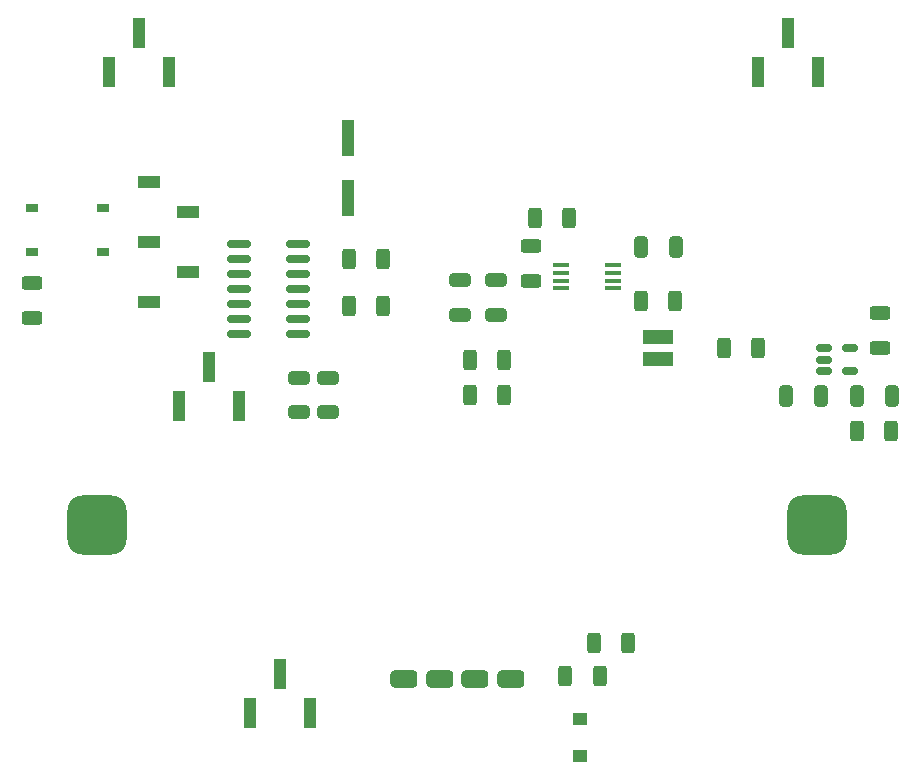
<source format=gbr>
%TF.GenerationSoftware,KiCad,Pcbnew,7.0.11*%
%TF.CreationDate,2025-03-11T10:56:17-07:00*%
%TF.ProjectId,nightLight,6e696768-744c-4696-9768-742e6b696361,rev?*%
%TF.SameCoordinates,Original*%
%TF.FileFunction,Paste,Top*%
%TF.FilePolarity,Positive*%
%FSLAX46Y46*%
G04 Gerber Fmt 4.6, Leading zero omitted, Abs format (unit mm)*
G04 Created by KiCad (PCBNEW 7.0.11) date 2025-03-11 10:56:17*
%MOMM*%
%LPD*%
G01*
G04 APERTURE LIST*
G04 Aperture macros list*
%AMRoundRect*
0 Rectangle with rounded corners*
0 $1 Rounding radius*
0 $2 $3 $4 $5 $6 $7 $8 $9 X,Y pos of 4 corners*
0 Add a 4 corners polygon primitive as box body*
4,1,4,$2,$3,$4,$5,$6,$7,$8,$9,$2,$3,0*
0 Add four circle primitives for the rounded corners*
1,1,$1+$1,$2,$3*
1,1,$1+$1,$4,$5*
1,1,$1+$1,$6,$7*
1,1,$1+$1,$8,$9*
0 Add four rect primitives between the rounded corners*
20,1,$1+$1,$2,$3,$4,$5,0*
20,1,$1+$1,$4,$5,$6,$7,0*
20,1,$1+$1,$6,$7,$8,$9,0*
20,1,$1+$1,$8,$9,$2,$3,0*%
G04 Aperture macros list end*
%ADD10R,1.250000X1.080000*%
%ADD11R,1.000000X0.700000*%
%ADD12RoundRect,0.250000X-0.650000X0.325000X-0.650000X-0.325000X0.650000X-0.325000X0.650000X0.325000X0*%
%ADD13RoundRect,0.250000X0.312500X0.625000X-0.312500X0.625000X-0.312500X-0.625000X0.312500X-0.625000X0*%
%ADD14RoundRect,0.250000X-0.312500X-0.625000X0.312500X-0.625000X0.312500X0.625000X-0.312500X0.625000X0*%
%ADD15RoundRect,0.250000X0.325000X0.650000X-0.325000X0.650000X-0.325000X-0.650000X0.325000X-0.650000X0*%
%ADD16R,2.500000X1.150000*%
%ADD17RoundRect,0.150000X0.825000X0.150000X-0.825000X0.150000X-0.825000X-0.150000X0.825000X-0.150000X0*%
%ADD18RoundRect,0.250000X0.625000X-0.312500X0.625000X0.312500X-0.625000X0.312500X-0.625000X-0.312500X0*%
%ADD19R,1.000000X2.510000*%
%ADD20RoundRect,0.250000X-0.625000X0.312500X-0.625000X-0.312500X0.625000X-0.312500X0.625000X0.312500X0*%
%ADD21R,1.425000X0.450000*%
%ADD22R,1.900000X1.000000*%
%ADD23RoundRect,0.150000X-0.512500X-0.150000X0.512500X-0.150000X0.512500X0.150000X-0.512500X0.150000X0*%
%ADD24R,1.000000X3.150000*%
%ADD25RoundRect,1.250000X-1.250000X-1.250000X1.250000X-1.250000X1.250000X1.250000X-1.250000X1.250000X0*%
%ADD26RoundRect,0.250000X-0.325000X-0.650000X0.325000X-0.650000X0.325000X0.650000X-0.325000X0.650000X0*%
%ADD27RoundRect,0.381000X-0.762000X-0.381000X0.762000X-0.381000X0.762000X0.381000X-0.762000X0.381000X0*%
G04 APERTURE END LIST*
D10*
%TO.C,LED1*%
X160400000Y-137560000D03*
X160400000Y-134440000D03*
%TD*%
D11*
%TO.C,RST*%
X114000000Y-91150000D03*
X120000000Y-91150000D03*
X114000000Y-94850000D03*
X120000000Y-94850000D03*
%TD*%
D12*
%TO.C,C6*%
X139000000Y-105525000D03*
X139000000Y-108475000D03*
%TD*%
D13*
%TO.C,R9*%
X153962500Y-107000000D03*
X151037500Y-107000000D03*
%TD*%
D14*
%TO.C,R2*%
X159137500Y-130800000D03*
X162062500Y-130800000D03*
%TD*%
%TO.C,R4*%
X161537500Y-128000000D03*
X164462500Y-128000000D03*
%TD*%
D15*
%TO.C,C1*%
X168475000Y-94500000D03*
X165525000Y-94500000D03*
%TD*%
D16*
%TO.C,L1*%
X167000000Y-102075000D03*
X167000000Y-103925000D03*
%TD*%
D14*
%TO.C,R1*%
X172537500Y-103000000D03*
X175462500Y-103000000D03*
%TD*%
%TO.C,R10*%
X151037500Y-104000000D03*
X153962500Y-104000000D03*
%TD*%
D13*
%TO.C,R12*%
X143712500Y-95500000D03*
X140787500Y-95500000D03*
%TD*%
D15*
%TO.C,C4*%
X180750000Y-107050000D03*
X177800000Y-107050000D03*
%TD*%
D17*
%TO.C,U2*%
X136475000Y-101810000D03*
X136475000Y-100540000D03*
X136475000Y-99270000D03*
X136475000Y-98000000D03*
X136475000Y-96730000D03*
X136475000Y-95460000D03*
X136475000Y-94190000D03*
X131525000Y-94190000D03*
X131525000Y-95460000D03*
X131525000Y-96730000D03*
X131525000Y-98000000D03*
X131525000Y-99270000D03*
X131525000Y-100540000D03*
X131525000Y-101810000D03*
%TD*%
D18*
%TO.C,R11*%
X114000000Y-100462500D03*
X114000000Y-97537500D03*
%TD*%
D14*
%TO.C,R6*%
X183812500Y-110050000D03*
X186737500Y-110050000D03*
%TD*%
D18*
%TO.C,R5*%
X185775000Y-103012500D03*
X185775000Y-100087500D03*
%TD*%
D19*
%TO.C,J2*%
X132460000Y-133905000D03*
X135000000Y-130595000D03*
X137540000Y-133905000D03*
%TD*%
D20*
%TO.C,R7*%
X156200000Y-94350000D03*
X156200000Y-97312500D03*
%TD*%
D21*
%TO.C,IC1*%
X163212000Y-97975000D03*
X163212000Y-97325000D03*
X163212000Y-96675000D03*
X163212000Y-96025000D03*
X158788000Y-96025000D03*
X158788000Y-96675000D03*
X158788000Y-97325000D03*
X158788000Y-97975000D03*
%TD*%
D22*
%TO.C,J6*%
X123850000Y-88920000D03*
X127150000Y-91460000D03*
X123850000Y-94000000D03*
X127150000Y-96540000D03*
X123850000Y-99080000D03*
%TD*%
D19*
%TO.C,J3*%
X120460000Y-79655000D03*
X123000000Y-76345000D03*
X125540000Y-79655000D03*
%TD*%
D12*
%TO.C,C3*%
X153250000Y-97275000D03*
X153250000Y-100225000D03*
%TD*%
D23*
%TO.C,U1*%
X181000000Y-103050000D03*
X181000000Y-104000000D03*
X181000000Y-104950000D03*
X183275000Y-104950000D03*
X183275000Y-103050000D03*
%TD*%
D24*
%TO.C,SW1*%
X140750000Y-90275000D03*
X140750000Y-85225000D03*
%TD*%
D12*
%TO.C,C5*%
X150250000Y-97275000D03*
X150250000Y-100225000D03*
%TD*%
D25*
%TO.C,BT1*%
X180480000Y-118000000D03*
X119520000Y-118000000D03*
%TD*%
D19*
%TO.C,J5*%
X126460000Y-107905000D03*
X129000000Y-104595000D03*
X131540000Y-107905000D03*
%TD*%
%TO.C,J4*%
X175460000Y-79655000D03*
X178000000Y-76345000D03*
X180540000Y-79655000D03*
%TD*%
D14*
%TO.C,R13*%
X140787500Y-99500000D03*
X143712500Y-99500000D03*
%TD*%
D26*
%TO.C,C2*%
X183800000Y-107050000D03*
X186750000Y-107050000D03*
%TD*%
D27*
%TO.C,J1*%
X148500000Y-131000000D03*
X145500000Y-131000000D03*
X154500000Y-131000000D03*
X151500000Y-131000000D03*
%TD*%
D13*
%TO.C,R3*%
X168442500Y-99000000D03*
X165517500Y-99000000D03*
%TD*%
D12*
%TO.C,C7*%
X136600000Y-105525000D03*
X136600000Y-108475000D03*
%TD*%
D13*
%TO.C,R8*%
X159462500Y-92000000D03*
X156537500Y-92000000D03*
%TD*%
M02*

</source>
